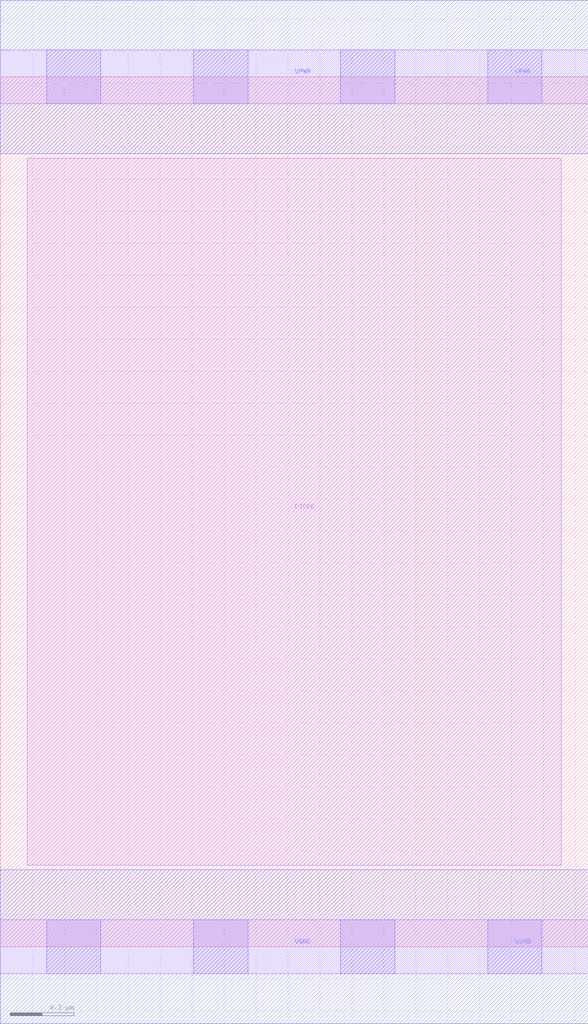
<source format=lef>
# Copyright 2020 The SkyWater PDK Authors
#
# Licensed under the Apache License, Version 2.0 (the "License");
# you may not use this file except in compliance with the License.
# You may obtain a copy of the License at
#
#     https://www.apache.org/licenses/LICENSE-2.0
#
# Unless required by applicable law or agreed to in writing, software
# distributed under the License is distributed on an "AS IS" BASIS,
# WITHOUT WARRANTIES OR CONDITIONS OF ANY KIND, either express or implied.
# See the License for the specific language governing permissions and
# limitations under the License.
#
# SPDX-License-Identifier: Apache-2.0

VERSION 5.7 ;
  NAMESCASESENSITIVE ON ;
  NOWIREEXTENSIONATPIN ON ;
  DIVIDERCHAR "/" ;
  BUSBITCHARS "[]" ;
UNITS
  DATABASE MICRONS 200 ;
END UNITS
PROPERTYDEFINITIONS
  MACRO maskLayoutSubType STRING ;
  MACRO prCellType STRING ;
  MACRO originalViewName STRING ;
END PROPERTYDEFINITIONS
MACRO sky130_fd_sc_hdll__diode_4
  CLASS CORE ;
  FOREIGN sky130_fd_sc_hdll__diode_4 ;
  ORIGIN  0.000000  0.000000 ;
  SIZE  1.840000 BY  2.720000 ;
  SYMMETRY X Y R90 ;
  SITE unithd ;
  PIN DIODE
    ANTENNADIFFAREA  1.055700 ;
    DIRECTION INPUT ;
    USE SIGNAL ;
    PORT
      LAYER li1 ;
        RECT 0.085000 0.255000 1.755000 2.465000 ;
    END
  END DIODE
  PIN VGND
    USE GROUND ;
    PORT
      LAYER li1 ;
        RECT 0.000000 -0.085000 1.840000 0.085000 ;
      LAYER mcon ;
        RECT 0.145000 -0.085000 0.315000 0.085000 ;
        RECT 0.605000 -0.085000 0.775000 0.085000 ;
        RECT 1.065000 -0.085000 1.235000 0.085000 ;
        RECT 1.525000 -0.085000 1.695000 0.085000 ;
      LAYER met1 ;
        RECT 0.000000 -0.240000 1.840000 0.240000 ;
    END
  END VGND
  PIN VPWR
    USE POWER ;
    PORT
      LAYER li1 ;
        RECT 0.000000 2.635000 1.840000 2.805000 ;
      LAYER mcon ;
        RECT 0.145000 2.635000 0.315000 2.805000 ;
        RECT 0.605000 2.635000 0.775000 2.805000 ;
        RECT 1.065000 2.635000 1.235000 2.805000 ;
        RECT 1.525000 2.635000 1.695000 2.805000 ;
      LAYER met1 ;
        RECT 0.000000 2.480000 1.840000 2.960000 ;
    END
  END VPWR
  PROPERTY maskLayoutSubType "abstract" ;
  PROPERTY prCellType "standard" ;
  PROPERTY originalViewName "layout" ;
END sky130_fd_sc_hdll__diode_4

</source>
